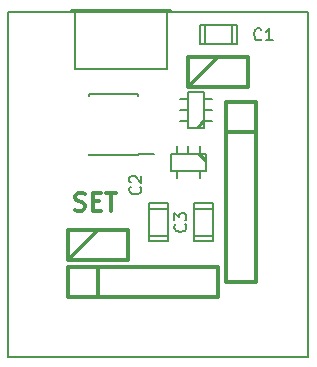
<source format=gbr>
G04 #@! TF.FileFunction,Legend,Top*
%FSLAX46Y46*%
G04 Gerber Fmt 4.6, Leading zero omitted, Abs format (unit mm)*
G04 Created by KiCad (PCBNEW 0.201509251832+6217~30~ubuntu14.04.1-product) date lun 05 ott 2015 22:04:02 CEST*
%MOMM*%
G01*
G04 APERTURE LIST*
%ADD10C,0.100000*%
%ADD11C,0.300000*%
%ADD12C,0.150000*%
%ADD13C,0.127000*%
%ADD14C,0.304800*%
%ADD15C,0.200660*%
%ADD16C,0.200000*%
G04 APERTURE END LIST*
D10*
D11*
X141521429Y-105607143D02*
X141735715Y-105678571D01*
X142092858Y-105678571D01*
X142235715Y-105607143D01*
X142307144Y-105535714D01*
X142378572Y-105392857D01*
X142378572Y-105250000D01*
X142307144Y-105107143D01*
X142235715Y-105035714D01*
X142092858Y-104964286D01*
X141807144Y-104892857D01*
X141664286Y-104821429D01*
X141592858Y-104750000D01*
X141521429Y-104607143D01*
X141521429Y-104464286D01*
X141592858Y-104321429D01*
X141664286Y-104250000D01*
X141807144Y-104178571D01*
X142164286Y-104178571D01*
X142378572Y-104250000D01*
X143021429Y-104892857D02*
X143521429Y-104892857D01*
X143735715Y-105678571D02*
X143021429Y-105678571D01*
X143021429Y-104178571D01*
X143735715Y-104178571D01*
X144164286Y-104178571D02*
X145021429Y-104178571D01*
X144592858Y-105678571D02*
X144592858Y-104178571D01*
D12*
X135890000Y-88900000D02*
X135890000Y-90170000D01*
X161290000Y-90170000D02*
X161290000Y-88900000D01*
X135890000Y-88900000D02*
X161290000Y-88900000D01*
X161290000Y-90170000D02*
X161290000Y-118110000D01*
X161290000Y-118110000D02*
X135890000Y-118110000D01*
X135890000Y-118110000D02*
X135890000Y-90170000D01*
X146855000Y-101000000D02*
X146855000Y-100855000D01*
X142705000Y-101000000D02*
X142705000Y-100855000D01*
X142705000Y-95850000D02*
X142705000Y-95995000D01*
X146855000Y-95850000D02*
X146855000Y-95995000D01*
X146855000Y-101000000D02*
X142705000Y-101000000D01*
X146855000Y-95850000D02*
X142705000Y-95850000D01*
X146855000Y-100855000D02*
X148255000Y-100855000D01*
D13*
X154813000Y-91617800D02*
X154813000Y-89992200D01*
X152527000Y-89992200D02*
X152527000Y-91617800D01*
X152069800Y-89992200D02*
X152069800Y-91617800D01*
X152069800Y-91617800D02*
X155270200Y-91617800D01*
X155270200Y-91617800D02*
X155270200Y-89992200D01*
X155270200Y-89992200D02*
X152069800Y-89992200D01*
X147777200Y-107823000D02*
X149402800Y-107823000D01*
X149402800Y-105537000D02*
X147777200Y-105537000D01*
X149402800Y-105079800D02*
X147777200Y-105079800D01*
X147777200Y-105079800D02*
X147777200Y-108280200D01*
X147777200Y-108280200D02*
X149402800Y-108280200D01*
X149402800Y-108280200D02*
X149402800Y-105079800D01*
X151587200Y-107823000D02*
X153212800Y-107823000D01*
X153212800Y-105537000D02*
X151587200Y-105537000D01*
X153212800Y-105079800D02*
X151587200Y-105079800D01*
X151587200Y-105079800D02*
X151587200Y-108280200D01*
X151587200Y-108280200D02*
X153212800Y-108280200D01*
X153212800Y-108280200D02*
X153212800Y-105079800D01*
D14*
X151130000Y-95250000D02*
X153670000Y-92710000D01*
X156210000Y-95250000D02*
X151130000Y-95250000D01*
X151130000Y-92710000D02*
X156210000Y-92710000D01*
X151130000Y-95250000D02*
X151130000Y-92710000D01*
X156210000Y-92710000D02*
X156210000Y-95250000D01*
X156845000Y-99060000D02*
X154305000Y-99060000D01*
X154305000Y-96520000D02*
X156845000Y-96520000D01*
X156845000Y-96520000D02*
X156845000Y-111760000D01*
X156845000Y-111760000D02*
X154305000Y-111760000D01*
X154305000Y-111760000D02*
X154305000Y-96520000D01*
X143510000Y-110490000D02*
X143510000Y-113030000D01*
X153670000Y-113030000D02*
X140970000Y-113030000D01*
X140970000Y-110490000D02*
X153670000Y-110490000D01*
X140970000Y-113030000D02*
X140970000Y-110490000D01*
X153670000Y-110490000D02*
X153670000Y-113030000D01*
X140970000Y-109855000D02*
X143510000Y-107315000D01*
X146050000Y-109855000D02*
X140970000Y-109855000D01*
X140970000Y-107315000D02*
X146050000Y-107315000D01*
X140970000Y-109855000D02*
X140970000Y-107315000D01*
X146050000Y-107315000D02*
X146050000Y-109855000D01*
D13*
X152463500Y-98005900D02*
X151815800Y-98653600D01*
X152463500Y-98158300D02*
X151968200Y-98653600D01*
X151066500Y-97155000D02*
X150406100Y-97155000D01*
X151066500Y-96202500D02*
X150406100Y-96202500D01*
X151066500Y-98107500D02*
X150406100Y-98107500D01*
X152463500Y-97155000D02*
X153123900Y-97155000D01*
X152463500Y-96202500D02*
X153123900Y-96202500D01*
X152463500Y-98107500D02*
X153123900Y-98107500D01*
X151066500Y-98653600D02*
X151066500Y-95656400D01*
X151066500Y-95656400D02*
X152463500Y-95656400D01*
X152463500Y-95656400D02*
X152463500Y-98653600D01*
X152463500Y-98653600D02*
X151066500Y-98653600D01*
X151980900Y-100901500D02*
X152628600Y-101549200D01*
X152133300Y-100901500D02*
X152628600Y-101396800D01*
X150177500Y-102298500D02*
X150177500Y-102958900D01*
X152082500Y-102298500D02*
X152082500Y-102958900D01*
X151130000Y-100901500D02*
X151130000Y-100241100D01*
X150177500Y-100901500D02*
X150177500Y-100241100D01*
X152082500Y-100901500D02*
X152082500Y-100241100D01*
X152628600Y-102298500D02*
X149631400Y-102298500D01*
X149631400Y-102298500D02*
X149631400Y-100901500D01*
X149631400Y-100901500D02*
X152628600Y-100901500D01*
X152628600Y-100901500D02*
X152628600Y-102298500D01*
D15*
X149616160Y-88806020D02*
X141213840Y-88806020D01*
X149616160Y-88704420D02*
X141213840Y-88704420D01*
X141213840Y-88704420D02*
X141213840Y-88905080D01*
X141213840Y-88905080D02*
X149616160Y-88905080D01*
X149616160Y-88905080D02*
X149616160Y-88704420D01*
X149313900Y-88704420D02*
X149313900Y-93705680D01*
X149313900Y-93705680D02*
X141516100Y-93705680D01*
X141516100Y-93705680D02*
X141516100Y-88704420D01*
D16*
X157313334Y-91162143D02*
X157265715Y-91209762D01*
X157122858Y-91257381D01*
X157027620Y-91257381D01*
X156884762Y-91209762D01*
X156789524Y-91114524D01*
X156741905Y-91019286D01*
X156694286Y-90828810D01*
X156694286Y-90685952D01*
X156741905Y-90495476D01*
X156789524Y-90400238D01*
X156884762Y-90305000D01*
X157027620Y-90257381D01*
X157122858Y-90257381D01*
X157265715Y-90305000D01*
X157313334Y-90352619D01*
X158265715Y-91257381D02*
X157694286Y-91257381D01*
X157980000Y-91257381D02*
X157980000Y-90257381D01*
X157884762Y-90400238D01*
X157789524Y-90495476D01*
X157694286Y-90543095D01*
X147042143Y-103671666D02*
X147089762Y-103719285D01*
X147137381Y-103862142D01*
X147137381Y-103957380D01*
X147089762Y-104100238D01*
X146994524Y-104195476D01*
X146899286Y-104243095D01*
X146708810Y-104290714D01*
X146565952Y-104290714D01*
X146375476Y-104243095D01*
X146280238Y-104195476D01*
X146185000Y-104100238D01*
X146137381Y-103957380D01*
X146137381Y-103862142D01*
X146185000Y-103719285D01*
X146232619Y-103671666D01*
X146232619Y-103290714D02*
X146185000Y-103243095D01*
X146137381Y-103147857D01*
X146137381Y-102909761D01*
X146185000Y-102814523D01*
X146232619Y-102766904D01*
X146327857Y-102719285D01*
X146423095Y-102719285D01*
X146565952Y-102766904D01*
X147137381Y-103338333D01*
X147137381Y-102719285D01*
X150852143Y-106846666D02*
X150899762Y-106894285D01*
X150947381Y-107037142D01*
X150947381Y-107132380D01*
X150899762Y-107275238D01*
X150804524Y-107370476D01*
X150709286Y-107418095D01*
X150518810Y-107465714D01*
X150375952Y-107465714D01*
X150185476Y-107418095D01*
X150090238Y-107370476D01*
X149995000Y-107275238D01*
X149947381Y-107132380D01*
X149947381Y-107037142D01*
X149995000Y-106894285D01*
X150042619Y-106846666D01*
X149947381Y-106513333D02*
X149947381Y-105894285D01*
X150328333Y-106227619D01*
X150328333Y-106084761D01*
X150375952Y-105989523D01*
X150423571Y-105941904D01*
X150518810Y-105894285D01*
X150756905Y-105894285D01*
X150852143Y-105941904D01*
X150899762Y-105989523D01*
X150947381Y-106084761D01*
X150947381Y-106370476D01*
X150899762Y-106465714D01*
X150852143Y-106513333D01*
M02*

</source>
